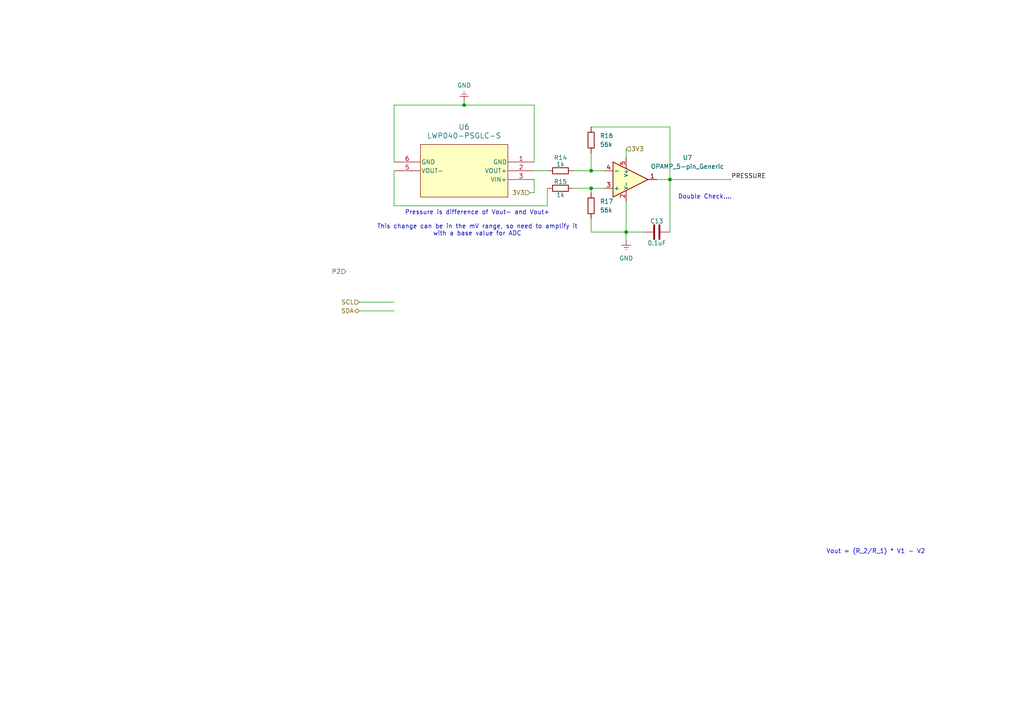
<source format=kicad_sch>
(kicad_sch (version 20231120) (generator "eeschema") (generator_version "8.0")
  (paper "A4")
  (lib_symbols
    (symbol "Device:C" (pin_numbers hide) (pin_names (offset 0.254))
      (property "Reference" "C" (at 0.635 2.54 0))
      (property "Value" "C" (at 0.635 -2.54 0))
      (symbol "C_0_1"
        (polyline (pts (xy -2.032 -0.762) (xy 2.032 -0.762)) (stroke (width 0.508)))
        (polyline (pts (xy -2.032 0.762) (xy 2.032 0.762)) (stroke (width 0.508)))
      )
      (symbol "C_1_1"
        (pin passive line (at 0 3.81 270) (length 2.794) (name "~") (number "1"))
        (pin passive line (at 0 -3.81 90) (length 2.794) (name "~") (number "2"))
      )
    )
    (symbol "PCM_Amplifier_Operational_AKL:OPAMP_5-pin_Generic" (pin_names (offset 0.2))
      (property "Reference" "U" (at 2.54 7.62 0))
      (property "Value" "OPAMP_5-pin_Generic" (at 2.54 5.08 0))
      (symbol "OPAMP_5-pin_Generic_0_1"
        (polyline (pts (xy -5.08 5.08) (xy -5.08 -5.08) (xy 5.08 0) (xy -5.08 5.08)) (stroke (width 0.254)) (fill (type background)))
      )
      (symbol "OPAMP_5-pin_Generic_1_1"
        (pin output line (at 7.62 0 180) (length 2.54) (name "~") (number "1"))
        (pin power_in line (at -1.27 -6.35 90) (length 3.18) (name "V-") (number "2"))
        (pin input line (at -7.62 -2.54 0) (length 2.54) (name "+") (number "3"))
        (pin input line (at -7.62 2.54 0) (length 2.54) (name "-") (number "4"))
        (pin power_in line (at -1.27 6.35 270) (length 3.18) (name "V+") (number "5"))
      )
    )
    (symbol "Peanut:GND" (power) (pin_numbers hide) (pin_names (offset 0) hide)
      (property "Value" "GND" (at 0 -3.81 0))
      (symbol "GND_0_1"
        (polyline (pts (xy -0.635 -1.905) (xy 0.635 -1.905)))
        (polyline (pts (xy -0.127 -2.54) (xy 0.127 -2.54)))
        (polyline (pts (xy 0 -1.27) (xy 0 0)))
        (polyline (pts (xy 1.27 -1.27) (xy -1.27 -1.27)))
      )
      (symbol "GND_1_1"
        (pin power_in line (at 0 0 270) (length 0) (name "~") (number "1"))
      )
    )
    (symbol "Peanut:LWP040-PSGLC-S" (pin_names (offset 0.254))
      (property "Reference" "U" (at 20.32 9.652 0))
      (property "Value" "LWP040-PSGLC-S" (at 20.32 6.604 0))
      (symbol "LWP040-PSGLC-S_0_1"
        (rectangle (start 7.62 5.08) (end 33.02 -10.16) (fill (type background)))
        (pin power_in line (at 40.64 0 180) (length 7.62) (name "GND") (number "1"))
        (pin output line (at 0 -2.54 0) (length 7.62) (name "VOUT-") (number "5"))
        (pin power_in line (at 0 0 0) (length 7.62) (name "GND") (number "6"))
      )
      (symbol "LWP040-PSGLC-S_1_1"
        (pin output line (at 40.64 -2.54 180) (length 7.62) (name "VOUT+") (number "2"))
        (pin power_in line (at 40.64 -5.08 180) (length 7.62) (name "VIN+") (number "3"))
        (pin no_connect line (at 0 -5.08 0) (length 7.62) hide (name "NC") (number "4"))
      )
    )
    (symbol "Peanut:R"
      (property "Reference" "R" (at 0 5.08 0))
      (property "Value" "R" (at 0 2.54 0))
      (symbol "R_0_1"
        (rectangle (start -2.286 0.889) (end 2.286 -0.889) (stroke (width 0.24)))
      )
      (symbol "R_1_1"
        (pin passive line (at -3.81 0 0) (length 1.5) (name "") (number "1"))
        (pin passive line (at 3.81 0 180) (length 1.5) (name "~") (number "2"))
      )
    )
  )
  (junction (at 171.45 54.61))
  (junction (at 194.31 52.07))
  (junction (at 171.45 49.53))
  (junction (at 134.62 30.48))
  (junction (at 181.61 67.31))
  (wire (pts (xy 166.37 49.53) (xy 171.45 49.53)))
  (wire (pts (xy 171.45 49.53) (xy 175.26 49.53)))
  (wire (pts (xy 194.31 52.07) (xy 194.31 36.83)))
  (wire (pts (xy 114.3 46.99) (xy 114.3 30.48)))
  (wire (pts (xy 181.61 58.42) (xy 181.61 67.31)))
  (wire (pts (xy 171.45 44.45) (xy 171.45 49.53)))
  (wire (pts (xy 171.45 54.61) (xy 175.26 54.61)))
  (wire (pts (xy 181.61 43.18) (xy 181.61 45.72)))
  (wire (pts (xy 166.37 54.61) (xy 171.45 54.61)))
  (wire (pts (xy 114.3 49.53) (xy 114.3 59.69)))
  (wire (pts (xy 171.45 67.31) (xy 171.45 63.5)))
  (wire (pts (xy 134.62 29.21) (xy 134.62 30.48)))
  (wire (pts (xy 154.94 52.07) (xy 154.94 55.88)))
  (wire (pts (xy 194.31 36.83) (xy 171.45 36.83)))
  (wire (pts (xy 181.61 67.31) (xy 181.61 69.85)))
  (wire (pts (xy 104.14 87.63) (xy 114.3 87.63)))
  (wire (pts (xy 194.31 52.07) (xy 194.31 67.31)))
  (wire (pts (xy 134.62 30.48) (xy 154.94 30.48)))
  (wire (pts (xy 158.75 54.61) (xy 158.75 59.69)))
  (wire (pts (xy 154.94 49.53) (xy 158.75 49.53)))
  (wire (pts (xy 104.14 90.17) (xy 114.3 90.17)))
  (wire (pts (xy 171.45 54.61) (xy 171.45 55.88)))
  (wire (pts (xy 181.61 67.31) (xy 186.69 67.31)))
  (wire (pts (xy 114.3 30.48) (xy 134.62 30.48)))
  (wire (pts (xy 154.94 46.99) (xy 154.94 30.48)))
  (wire (pts (xy 158.75 59.69) (xy 114.3 59.69)))
  (wire (pts (xy 154.94 55.88) (xy 153.67 55.88)))
  (wire (pts (xy 194.31 52.07) (xy 212.09 52.07)))
  (wire (pts (xy 190.5 52.07) (xy 194.31 52.07)))
  (wire (pts (xy 181.61 67.31) (xy 171.45 67.31)))
  (text "Pressure is difference of Vout- and Vout+\n\nThis change can be in the mV range, so need to amplify it\nwith a base value for ADC" (at 138.43 64.77 0) (effects (font (size 1.27 1.27))))
  (text "Double Check...." (at 204.47 57.15 0) (effects (font (size 1.27 1.27))))
  (text "Vout = (R_2/R_1) * V1 - V2" (at 254 160.02 0) (effects (font (size 1.27 1.27))))
  (label "PRESSURE" (at 212.09 52.07 0))
  (hierarchical_label "SDA" (shape bidirectional) (at 104.14 90.17 180))
  (hierarchical_label "P2" (shape input) (at 100.33 78.74 180))
  (hierarchical_label "3V3" (shape input) (at 181.61 43.18 0))
  (hierarchical_label "SCL" (shape input) (at 104.14 87.63 180))
  (hierarchical_label "3V3" (shape input) (at 153.67 55.88 180))
  (symbol (lib_id "PCM_Amplifier_Operational_AKL:OPAMP_5-pin_Generic") (at 182.88 52.07 0) (unit 1)
    (property "Reference" "U7" (at 199.39 45.7514 0))
    (property "Value" "OPAMP_5-pin_Generic" (at 199.39 48.2914 0))
    (property "Description" "Operational Amplifier, generic symbol, Alternate KiCAD Library" (effects (hide yes)))
  )
  (symbol (lib_id "Peanut:LWP040-PSGLC-S") (at 114.3 46.99 0) (unit 1)
    (property "Reference" "U6" (at 134.62 36.83 0) (effects (font (size 1.524 1.524))))
    (property "Value" "LWP040-PSGLC-S" (at 134.62 39.37 0) (effects (font (size 1.524 1.524))))
    (property "Footprint" "Peanut:SOP-4_L7.0-W7.0-P2.54-LS10.3-TL-CW_LWP040-PSGLC-S" (effects (hide yes)))
    (property "Datasheet" "LWP040-PSGLC-S" (effects (hide yes)))
    (property "Manufacturer" "Longway" (effects (hide yes)))
  )
  (symbol (lib_id "Peanut:R") (at 162.56 54.61 180) (unit 1)
    (property "Reference" "R15" (at 162.56 52.705 0))
    (property "Value" "1k" (at 162.56 56.515 0))
    (property "Footprint" "Resistor_SMD:R_0201_0603Metric" (effects (hide yes)))
    (property "Description" "2.2kΩ, 1/4W Resistor" (effects (hide yes)))
  )
  (symbol (lib_id "Peanut:GND") (at 134.62 29.21 180) (unit 1)
    (property "Reference" "#PWR028" (effects (hide yes)))
    (property "Value" "GND" (at 134.62 24.765 0))
  )
  (symbol (lib_id "Peanut:R") (at 171.45 59.69 270) (unit 1)
    (property "Reference" "R17" (at 173.99 58.4199 90) (effects (justify left)))
    (property "Value" "56k" (at 173.99 60.9599 90) (effects (justify left)))
    (property "Footprint" "Resistor_SMD:R_0201_0603Metric" (effects (hide yes)))
    (property "Description" "2.2kΩ, 1/4W Resistor" (effects (hide yes)))
  )
  (symbol (lib_id "Peanut:R") (at 162.56 49.53 0) (unit 1)
    (property "Reference" "R14" (at 162.56 45.72 0))
    (property "Value" "1k" (at 162.56 47.625 0))
    (property "Footprint" "Resistor_SMD:R_0201_0603Metric" (effects (hide yes)))
    (property "Description" "2.2kΩ, 1/4W Resistor" (effects (hide yes)))
  )
  (symbol (lib_id "Peanut:R") (at 171.45 40.64 270) (unit 1)
    (property "Reference" "R16" (at 173.99 39.3699 90) (effects (justify left)))
    (property "Value" "56k" (at 173.99 41.9099 90) (effects (justify left)))
    (property "Footprint" "Resistor_SMD:R_0201_0603Metric" (effects (hide yes)))
    (property "Description" "2.2kΩ, 1/4W Resistor" (effects (hide yes)))
  )
  (symbol (lib_id "Device:C") (at 190.5 67.31 90) (unit 1)
    (property "Reference" "C13" (at 190.5 64.135 90))
    (property "Value" "0.1uF" (at 190.5 70.485 90))
    (property "Footprint" "Capacitor_SMD:C_0201_0603Metric" (effects (hide yes)))
    (property "Description" "Unpolarized capacitor" (effects (hide yes)))
  )
  (symbol (lib_id "Peanut:GND") (at 181.61 69.85 0) (unit 1)
    (property "Reference" "#PWR027" (effects (hide yes)))
    (property "Value" "GND" (at 181.61 74.93 0))
  )
)
</source>
